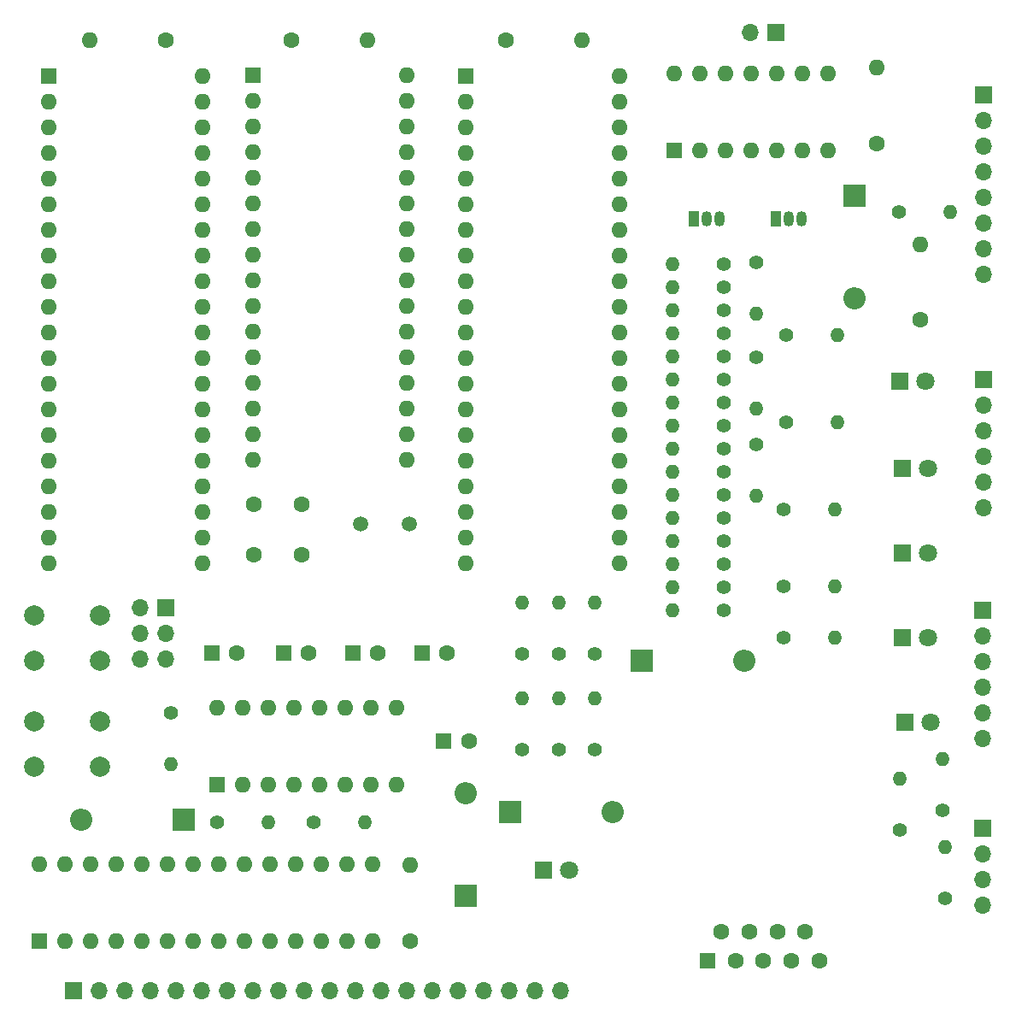
<source format=gbr>
%TF.GenerationSoftware,KiCad,Pcbnew,(6.0.5)*%
%TF.CreationDate,2022-06-12T01:05:44+10:00*%
%TF.ProjectId,gerb,67657262-2e6b-4696-9361-645f70636258,rev?*%
%TF.SameCoordinates,Original*%
%TF.FileFunction,Soldermask,Bot*%
%TF.FilePolarity,Negative*%
%FSLAX46Y46*%
G04 Gerber Fmt 4.6, Leading zero omitted, Abs format (unit mm)*
G04 Created by KiCad (PCBNEW (6.0.5)) date 2022-06-12 01:05:44*
%MOMM*%
%LPD*%
G01*
G04 APERTURE LIST*
%ADD10R,1.600000X1.600000*%
%ADD11C,1.600000*%
%ADD12C,1.400000*%
%ADD13O,1.400000X1.400000*%
%ADD14O,1.600000X1.600000*%
%ADD15R,1.800000X1.800000*%
%ADD16C,1.800000*%
%ADD17R,1.700000X1.700000*%
%ADD18O,1.700000X1.700000*%
%ADD19R,2.200000X2.200000*%
%ADD20O,2.200000X2.200000*%
%ADD21R,1.050000X1.500000*%
%ADD22O,1.050000X1.500000*%
%ADD23C,2.000000*%
%ADD24C,1.500000*%
G04 APERTURE END LIST*
D10*
%TO.C,C13*%
X68294900Y-102750000D03*
D11*
X70794900Y-102750000D03*
%TD*%
D12*
%TO.C,R15*%
X96040000Y-80608000D03*
D13*
X90960000Y-80608000D03*
%TD*%
D12*
%TO.C,R6*%
X96040000Y-66892000D03*
D13*
X90960000Y-66892000D03*
%TD*%
D12*
%TO.C,R31*%
X55460000Y-110750000D03*
D13*
X60540000Y-110750000D03*
%TD*%
D12*
%TO.C,R7*%
X96040000Y-69178000D03*
D13*
X90960000Y-69178000D03*
%TD*%
D12*
%TO.C,R37*%
X45816000Y-110726000D03*
D13*
X50896000Y-110726000D03*
%TD*%
D11*
%TO.C,C1*%
X74500000Y-33250000D03*
D14*
X82000000Y-33250000D03*
%TD*%
D12*
%TO.C,R21*%
X102214000Y-71114000D03*
D13*
X107294000Y-71114000D03*
%TD*%
D11*
%TO.C,C4*%
X53250000Y-33250000D03*
D14*
X60750000Y-33250000D03*
%TD*%
D11*
%TO.C,C6*%
X54250000Y-79258000D03*
X54250000Y-84258000D03*
%TD*%
D15*
%TO.C,D4*%
X113750000Y-75750000D03*
D16*
X116290000Y-75750000D03*
%TD*%
D10*
%TO.C,U3*%
X29205000Y-36835000D03*
D14*
X29205000Y-39375000D03*
X29205000Y-41915000D03*
X29205000Y-44455000D03*
X29205000Y-46995000D03*
X29205000Y-49535000D03*
X29205000Y-52075000D03*
X29205000Y-54615000D03*
X29205000Y-57155000D03*
X29205000Y-59695000D03*
X29205000Y-62235000D03*
X29205000Y-64775000D03*
X29205000Y-67315000D03*
X29205000Y-69855000D03*
X29205000Y-72395000D03*
X29205000Y-74935000D03*
X29205000Y-77475000D03*
X29205000Y-80015000D03*
X29205000Y-82555000D03*
X29205000Y-85095000D03*
X44445000Y-85095000D03*
X44445000Y-82555000D03*
X44445000Y-80015000D03*
X44445000Y-77475000D03*
X44445000Y-74935000D03*
X44445000Y-72395000D03*
X44445000Y-69855000D03*
X44445000Y-67315000D03*
X44445000Y-64775000D03*
X44445000Y-62235000D03*
X44445000Y-59695000D03*
X44445000Y-57155000D03*
X44445000Y-54615000D03*
X44445000Y-52075000D03*
X44445000Y-49535000D03*
X44445000Y-46995000D03*
X44445000Y-44455000D03*
X44445000Y-41915000D03*
X44445000Y-39375000D03*
X44445000Y-36835000D03*
%TD*%
D17*
%TO.C,J4*%
X121775000Y-38721000D03*
D18*
X121775000Y-41261000D03*
X121775000Y-43801000D03*
X121775000Y-46341000D03*
X121775000Y-48881000D03*
X121775000Y-51421000D03*
X121775000Y-53961000D03*
X121775000Y-56501000D03*
%TD*%
D11*
%TO.C,C8*%
X65000000Y-122500000D03*
D14*
X65000000Y-115000000D03*
%TD*%
D12*
%TO.C,R2*%
X96040000Y-57748000D03*
D13*
X90960000Y-57748000D03*
%TD*%
D12*
%TO.C,R16*%
X96040000Y-82894000D03*
D13*
X90960000Y-82894000D03*
%TD*%
D19*
%TO.C,D2*%
X109000000Y-48670000D03*
D20*
X109000000Y-58830000D03*
%TD*%
D12*
%TO.C,R17*%
X96040000Y-85180000D03*
D13*
X90960000Y-85180000D03*
%TD*%
D12*
%TO.C,R18*%
X96040000Y-87466000D03*
D13*
X90960000Y-87466000D03*
%TD*%
D12*
%TO.C,R29*%
X99250000Y-73346000D03*
D13*
X99250000Y-78426000D03*
%TD*%
D17*
%TO.C,J2*%
X40790000Y-89475000D03*
D18*
X38250000Y-89475000D03*
X40790000Y-92015000D03*
X38250000Y-92015000D03*
X40790000Y-94555000D03*
X38250000Y-94555000D03*
%TD*%
D11*
%TO.C,C7*%
X111250000Y-43500000D03*
D14*
X111250000Y-36000000D03*
%TD*%
D21*
%TO.C,Q1*%
X101230000Y-51000000D03*
D22*
X102500000Y-51000000D03*
X103770000Y-51000000D03*
%TD*%
D10*
%TO.C,U4*%
X49375000Y-36750000D03*
D14*
X49375000Y-39290000D03*
X49375000Y-41830000D03*
X49375000Y-44370000D03*
X49375000Y-46910000D03*
X49375000Y-49450000D03*
X49375000Y-51990000D03*
X49375000Y-54530000D03*
X49375000Y-57070000D03*
X49375000Y-59610000D03*
X49375000Y-62150000D03*
X49375000Y-64690000D03*
X49375000Y-67230000D03*
X49375000Y-69770000D03*
X49375000Y-72310000D03*
X49375000Y-74850000D03*
X64615000Y-74850000D03*
X64615000Y-72310000D03*
X64615000Y-69770000D03*
X64615000Y-67230000D03*
X64615000Y-64690000D03*
X64615000Y-62150000D03*
X64615000Y-59610000D03*
X64615000Y-57070000D03*
X64615000Y-54530000D03*
X64615000Y-51990000D03*
X64615000Y-49450000D03*
X64615000Y-46910000D03*
X64615000Y-44370000D03*
X64615000Y-41830000D03*
X64615000Y-39290000D03*
X64615000Y-36750000D03*
%TD*%
D12*
%TO.C,R30*%
X83250000Y-94040000D03*
D13*
X83250000Y-88960000D03*
%TD*%
D10*
%TO.C,C11*%
X59294900Y-94000000D03*
D11*
X61794900Y-94000000D03*
%TD*%
D10*
%TO.C,U6*%
X45850000Y-107050000D03*
D14*
X48390000Y-107050000D03*
X50930000Y-107050000D03*
X53470000Y-107050000D03*
X56010000Y-107050000D03*
X58550000Y-107050000D03*
X61090000Y-107050000D03*
X63630000Y-107050000D03*
X63630000Y-99430000D03*
X61090000Y-99430000D03*
X58550000Y-99430000D03*
X56010000Y-99430000D03*
X53470000Y-99430000D03*
X50930000Y-99430000D03*
X48390000Y-99430000D03*
X45850000Y-99430000D03*
%TD*%
D19*
%TO.C,D1*%
X42580000Y-110500000D03*
D20*
X32420000Y-110500000D03*
%TD*%
D12*
%TO.C,R33*%
X76066000Y-94044000D03*
D13*
X76066000Y-88964000D03*
%TD*%
D12*
%TO.C,R1*%
X96040000Y-55462000D03*
D13*
X90960000Y-55462000D03*
%TD*%
%TO.C,R26*%
X79750000Y-88960000D03*
D12*
X79750000Y-94040000D03*
%TD*%
D23*
%TO.C,SW1*%
X27750000Y-90250000D03*
X34250000Y-90250000D03*
X27750000Y-94750000D03*
X34250000Y-94750000D03*
%TD*%
D12*
%TO.C,R34*%
X113500000Y-111540000D03*
D13*
X113500000Y-106460000D03*
%TD*%
D12*
%TO.C,R23*%
X102214000Y-62478000D03*
D13*
X107294000Y-62478000D03*
%TD*%
D15*
%TO.C,D5*%
X113496000Y-67114000D03*
D16*
X116036000Y-67114000D03*
%TD*%
D12*
%TO.C,R32*%
X83250000Y-103540000D03*
D13*
X83250000Y-98460000D03*
%TD*%
D23*
%TO.C,SW2*%
X34250000Y-100750000D03*
X27750000Y-100750000D03*
X34250000Y-105250000D03*
X27750000Y-105250000D03*
%TD*%
D12*
%TO.C,R11*%
X113460000Y-50292000D03*
D13*
X118540000Y-50292000D03*
%TD*%
D10*
%TO.C,C10*%
X52436900Y-94000000D03*
D11*
X54936900Y-94000000D03*
%TD*%
D14*
%TO.C,U2*%
X91125000Y-36566000D03*
X93665000Y-36566000D03*
X96205000Y-36566000D03*
X98745000Y-36566000D03*
X101285000Y-36566000D03*
X103825000Y-36566000D03*
X106365000Y-36566000D03*
X106365000Y-44186000D03*
X103825000Y-44186000D03*
X101285000Y-44186000D03*
X98745000Y-44186000D03*
X96205000Y-44186000D03*
X93665000Y-44186000D03*
D10*
X91125000Y-44186000D03*
%TD*%
D12*
%TO.C,R24*%
X99250000Y-55312000D03*
D13*
X99250000Y-60392000D03*
%TD*%
D15*
%TO.C,D8*%
X78225000Y-115500000D03*
D16*
X80765000Y-115500000D03*
%TD*%
D12*
%TO.C,R13*%
X96040000Y-76036000D03*
D13*
X90960000Y-76036000D03*
%TD*%
D12*
%TO.C,R20*%
X76086000Y-103540000D03*
D13*
X76086000Y-98460000D03*
%TD*%
D17*
%TO.C,J6*%
X121750000Y-89760000D03*
D18*
X121750000Y-92300000D03*
X121750000Y-94840000D03*
X121750000Y-97380000D03*
X121750000Y-99920000D03*
X121750000Y-102460000D03*
%TD*%
D10*
%TO.C,J8*%
X94450000Y-124440300D03*
D11*
X97220000Y-124440300D03*
X99990000Y-124440300D03*
X102760000Y-124440300D03*
X105530000Y-124440300D03*
X95835000Y-121600300D03*
X98605000Y-121600300D03*
X101375000Y-121600300D03*
X104145000Y-121600300D03*
%TD*%
D12*
%TO.C,R25*%
X79750000Y-103540000D03*
D13*
X79750000Y-98460000D03*
%TD*%
D15*
%TO.C,D11*%
X114004000Y-100896000D03*
D16*
X116544000Y-100896000D03*
%TD*%
D17*
%TO.C,J7*%
X31650000Y-127475000D03*
D18*
X34190000Y-127475000D03*
X36730000Y-127475000D03*
X39270000Y-127475000D03*
X41810000Y-127475000D03*
X44350000Y-127475000D03*
X46890000Y-127475000D03*
X49430000Y-127475000D03*
X51970000Y-127475000D03*
X54510000Y-127475000D03*
X57050000Y-127475000D03*
X59590000Y-127475000D03*
X62130000Y-127475000D03*
X64670000Y-127475000D03*
X67210000Y-127475000D03*
X69750000Y-127475000D03*
X72290000Y-127475000D03*
X74830000Y-127475000D03*
X77370000Y-127475000D03*
X79910000Y-127475000D03*
%TD*%
D12*
%TO.C,R14*%
X96040000Y-78322000D03*
D13*
X90960000Y-78322000D03*
%TD*%
D19*
%TO.C,D9*%
X74920000Y-109750000D03*
D20*
X85080000Y-109750000D03*
%TD*%
D12*
%TO.C,R36*%
X101960000Y-92450000D03*
D13*
X107040000Y-92450000D03*
%TD*%
D12*
%TO.C,R19*%
X96040000Y-89752000D03*
D13*
X90960000Y-89752000D03*
%TD*%
D11*
%TO.C,C2*%
X40750000Y-33250000D03*
D14*
X33250000Y-33250000D03*
%TD*%
D12*
%TO.C,R12*%
X96040000Y-73750000D03*
D13*
X90960000Y-73750000D03*
%TD*%
D12*
%TO.C,R8*%
X96040000Y-71464000D03*
D13*
X90960000Y-71464000D03*
%TD*%
D12*
%TO.C,R4*%
X96040000Y-62320000D03*
D13*
X90960000Y-62320000D03*
%TD*%
D12*
%TO.C,R27*%
X101960000Y-87370000D03*
D13*
X107040000Y-87370000D03*
%TD*%
D12*
%TO.C,R10*%
X41250000Y-99960000D03*
D13*
X41250000Y-105040000D03*
%TD*%
D21*
%TO.C,Q2*%
X93102000Y-51000000D03*
D22*
X94372000Y-51000000D03*
X95642000Y-51000000D03*
%TD*%
D11*
%TO.C,C5*%
X49510000Y-84258000D03*
X49510000Y-79258000D03*
%TD*%
D15*
%TO.C,D6*%
X113750000Y-92514000D03*
D16*
X116290000Y-92514000D03*
%TD*%
D17*
%TO.C,J5*%
X121775000Y-66925000D03*
D18*
X121775000Y-69465000D03*
X121775000Y-72005000D03*
X121775000Y-74545000D03*
X121775000Y-77085000D03*
X121775000Y-79625000D03*
%TD*%
D17*
%TO.C,J1*%
X101250000Y-32525000D03*
D18*
X98710000Y-32525000D03*
%TD*%
D10*
%TO.C,U5*%
X28225000Y-122550000D03*
D14*
X30765000Y-122550000D03*
X33305000Y-122550000D03*
X35845000Y-122550000D03*
X38385000Y-122550000D03*
X40925000Y-122550000D03*
X43465000Y-122550000D03*
X46005000Y-122550000D03*
X48545000Y-122550000D03*
X51085000Y-122550000D03*
X53625000Y-122550000D03*
X56165000Y-122550000D03*
X58705000Y-122550000D03*
X61245000Y-122550000D03*
X61245000Y-114930000D03*
X58705000Y-114930000D03*
X56165000Y-114930000D03*
X53625000Y-114930000D03*
X51085000Y-114930000D03*
X48545000Y-114930000D03*
X46005000Y-114930000D03*
X43465000Y-114930000D03*
X40925000Y-114930000D03*
X38385000Y-114930000D03*
X35845000Y-114930000D03*
X33305000Y-114930000D03*
X30765000Y-114930000D03*
X28225000Y-114930000D03*
%TD*%
D12*
%TO.C,R28*%
X101960000Y-79750000D03*
D13*
X107040000Y-79750000D03*
%TD*%
D12*
%TO.C,R22*%
X99250000Y-64710000D03*
D13*
X99250000Y-69790000D03*
%TD*%
D19*
%TO.C,D10*%
X87920000Y-94750000D03*
D20*
X98080000Y-94750000D03*
%TD*%
D12*
%TO.C,R35*%
X117750000Y-109540000D03*
D13*
X117750000Y-104460000D03*
%TD*%
D10*
%TO.C,U1*%
X70500000Y-36835000D03*
D14*
X70500000Y-39375000D03*
X70500000Y-41915000D03*
X70500000Y-44455000D03*
X70500000Y-46995000D03*
X70500000Y-49535000D03*
X70500000Y-52075000D03*
X70500000Y-54615000D03*
X70500000Y-57155000D03*
X70500000Y-59695000D03*
X70500000Y-62235000D03*
X70500000Y-64775000D03*
X70500000Y-67315000D03*
X70500000Y-69855000D03*
X70500000Y-72395000D03*
X70500000Y-74935000D03*
X70500000Y-77475000D03*
X70500000Y-80015000D03*
X70500000Y-82555000D03*
X70500000Y-85095000D03*
X85740000Y-85095000D03*
X85740000Y-82555000D03*
X85740000Y-80015000D03*
X85740000Y-77475000D03*
X85740000Y-74935000D03*
X85740000Y-72395000D03*
X85740000Y-69855000D03*
X85740000Y-67315000D03*
X85740000Y-64775000D03*
X85740000Y-62235000D03*
X85740000Y-59695000D03*
X85740000Y-57155000D03*
X85740000Y-54615000D03*
X85740000Y-52075000D03*
X85740000Y-49535000D03*
X85740000Y-46995000D03*
X85740000Y-44455000D03*
X85740000Y-41915000D03*
X85740000Y-39375000D03*
X85740000Y-36835000D03*
%TD*%
D12*
%TO.C,R9*%
X118000000Y-118290000D03*
D13*
X118000000Y-113210000D03*
%TD*%
D10*
%TO.C,C9*%
X45324900Y-94000000D03*
D11*
X47824900Y-94000000D03*
%TD*%
D24*
%TO.C,Y1*%
X60050000Y-81250000D03*
X64930000Y-81250000D03*
%TD*%
D12*
%TO.C,R5*%
X96040000Y-64606000D03*
D13*
X90960000Y-64606000D03*
%TD*%
D19*
%TO.C,D3*%
X70500000Y-118080000D03*
D20*
X70500000Y-107920000D03*
%TD*%
D11*
%TO.C,C3*%
X115500000Y-61000000D03*
D14*
X115500000Y-53500000D03*
%TD*%
D10*
%TO.C,C12*%
X66152900Y-94000000D03*
D11*
X68652900Y-94000000D03*
%TD*%
D12*
%TO.C,R3*%
X96040000Y-60034000D03*
D13*
X90960000Y-60034000D03*
%TD*%
D15*
%TO.C,D7*%
X113750000Y-84132000D03*
D16*
X116290000Y-84132000D03*
%TD*%
D18*
%TO.C,J3*%
X121750000Y-118970000D03*
X121750000Y-116430000D03*
X121750000Y-113890000D03*
D17*
X121750000Y-111350000D03*
%TD*%
M02*

</source>
